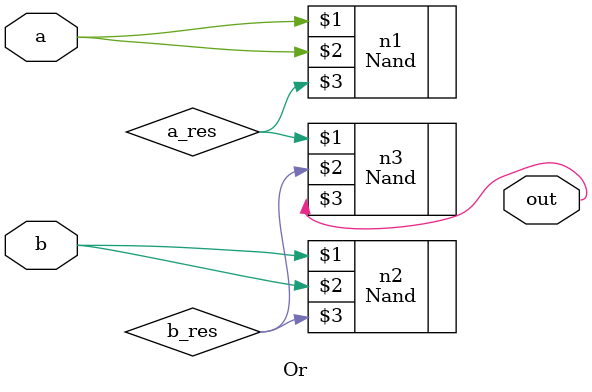
<source format=v>
`ifndef OR_V
`define OR_V
`include "nand.v"
module Or(input a, b, output out);
    Nand n1(a, a, a_res);
    Nand n2(b, b, b_res);
    Nand n3(a_res, b_res, out);
endmodule
`endif
</source>
